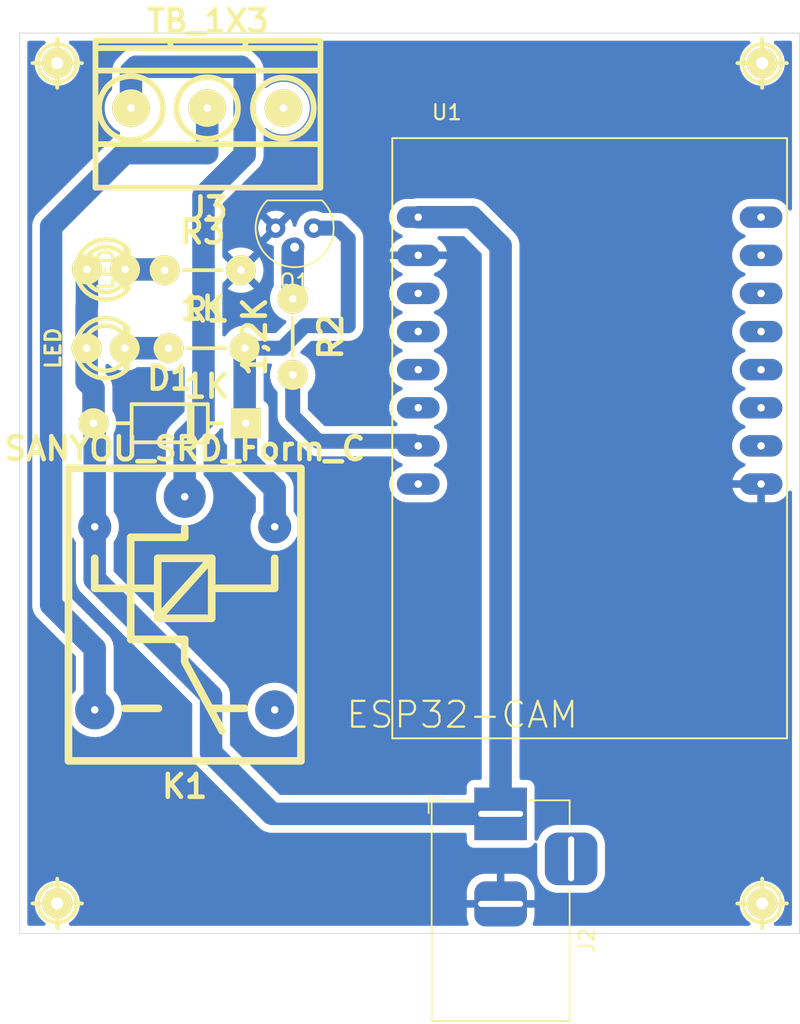
<source format=kicad_pcb>
(kicad_pcb (version 20211014) (generator pcbnew)
  (layers (0 "F.Cu" signal) (31 "B.Cu" signal) (34 "B.Paste" user) (35 "F.Paste" user) (36 "B.SilkS" user "B.Silkscreen") (37 "F.SilkS" user "F.Silkscreen") (38 "B.Mask" user) (39 "F.Mask" user) (44 "Edge.Cuts" user))
  (net 0 "")
  (net 1 "/5V")
  (net 2 "Net-(D1-Pad2)")
  (net 3 "GND")
  (net 5 "/COM")
  (net 6 "/NO")
  (net 7 "/IN1")
  (net 8 "Net-(LED1-Pad2)")
  (net 9 "Net-(LED2-Pad2)")
  (net 10 "Net-(Q1-Pad2)")
  (net 23 "Net-(J3-Pad1)")
  (footprint "Connector_BarrelJack:BarrelJack_Horizontal" (layer "F.Cu") (at 149.99 110.394 90)
    (fp_text reference "J2" (at -8.45 5.75 90) (layer "F.SilkS"))
    (fp_text value "Barrel_Jack_Switch")
    (fp_line (start -13.8 -4.6) (end 0.9 -4.6) (layer "F.SilkS") (width 0.12))
    (fp_line (start 0.9 1.9) (end 0.9 4.6) (layer "F.SilkS") (width 0.12))
    (fp_line (start 0.9 4.6) (end -1 4.6) (layer "F.SilkS") (width 0.12))
    (fp_line (start 0.9 -4.6) (end 0.9 -2) (layer "F.SilkS") (width 0.12))
    (fp_line (start -5 4.6) (end -13.8 4.6) (layer "F.SilkS") (width 0.12))
    (fp_line (start 1.1 -3.75) (end 1.1 -4.8) (layer "F.SilkS") (width 0.12))
    (fp_line (start 0.05 -4.8) (end 1.1 -4.8) (layer "F.SilkS") (width 0.12))
    (fp_line (start -13.8 4.6) (end -13.8 -4.6) (layer "F.SilkS") (width 0.12))
    (pad "1" thru_hole rect locked (at 0 0 90) (size 3.5 3.5) (drill oval 0.4 3) (layers *.Cu *.Mask) (net 1 "/5V"))
    (pad "2" thru_hole roundrect locked (at -6 0 90) (size 3 3.5) (drill oval 0.4 3) (layers *.Cu *.Mask) (net 3 "GND"))
    (pad "3" thru_hole roundrect locked (at -3 4.7 90) (size 3.5 3.5) (drill oval 3 0.4) (layers *.Cu *.Mask))
  )
  (footprint "EESTN5:hole_2mm" (layer "F.Cu") (at 120.426 116.364)
    (fp_text reference "H4" hide)
    (fp_text value "Mounting_Hole" hide)
    (fp_line (start -1.651 0) (end 1.651 0) (layer "F.SilkS") (width 0.254))
    (fp_line (start 0 -1.651) (end 0 1.651) (layer "F.SilkS") (width 0.254))
    (fp_circle (center 0 0) (end 1.27 -0.127) (layer "F.SilkS") (width 0.254) (fill none))
    (pad "1" thru_hole circle locked (at 0 0) (size 1.99898 1.99898) (drill 0.8) (layers *.Cu "F.SilkS"))
  )
  (footprint "EESTN5:RES0.2" (layer "F.Cu") (at 130.126 74.164 180)
    (fp_text reference "R3" (at 0 2.54 180) (layer "F.SilkS") (effects (font (size 1.524 1.524) (thickness 0.3048))))
    (fp_text value "1K" (at 0 -2.54 180) (layer "F.SilkS") (effects (font (size 1.524 1.524) (thickness 0.3048))))
    (fp_line (start -1.27 0) (end 1.27 0) (layer "F.SilkS") (width 0.254))
    (fp_circle (center -2.54 0) (end -2.159 0) (layer "F.SilkS") (width 0.3048) (fill none))
    (pad "1" thru_hole circle locked (at -2.54 0 180) (size 1.99898 1.99898) (drill 0.5) (layers *.Cu *.Mask "F.SilkS") (net 3 "GND"))
    (pad "2" thru_hole circle locked (at 2.54 0 180) (size 1.99898 1.99898) (drill 0.5) (layers *.Cu *.Mask "F.SilkS") (net 9 "Net-(LED2-Pad2)"))
  )
  (footprint "ESP32:ESP32-CAM" (layer "F.Cu") (at 155.926 80.794)
    (fp_text reference "U1" (at -9.525 -17.145) (layer "F.SilkS"))
    (fp_text value "ESP32-CAM")
    (fp_text user "ESP32-CAM" (at -8.5 23) (layer "F.SilkS") (effects (font (size 1.72 1.72))))
    (fp_line (start -13.16 24.57) (end -13.16 -15.43) (layer "F.SilkS") (width 0.127))
    (fp_line (start 13.16 24.57) (end -13.16 24.57) (layer "F.SilkS") (width 0.127))
    (fp_line (start 13.16 -15.43) (end 13.16 24.57) (layer "F.SilkS") (width 0.127))
    (fp_line (start -13.16 -15.43) (end 13.16 -15.43) (layer "F.SilkS") (width 0.127))
    (pad "P$1" thru_hole oval locked (at -11.43 -10.16) (size 2.8448 1.4224) (drill 0.5) (layers *.Cu *.Mask) (net 1 "/5V"))
    (pad "P$2" thru_hole oval locked (at -11.43 -7.62) (size 2.8448 1.4224) (drill 0.5) (layers *.Cu *.Mask) (net 3 "GND"))
    (pad "P$3" thru_hole oval locked (at -11.43 -5.08) (size 2.8448 1.4224) (drill 0.5) (layers *.Cu *.Mask))
    (pad "P$4" thru_hole oval locked (at -11.43 -2.54) (size 2.8448 1.4224) (drill 0.5) (layers *.Cu *.Mask))
    (pad "P$5" thru_hole oval locked (at -11.43 0) (size 2.8448 1.4224) (drill 0.5) (layers *.Cu *.Mask))
    (pad "P$6" thru_hole oval locked (at -11.43 2.54) (size 2.8448 1.4224) (drill 0.5) (layers *.Cu *.Mask))
    (pad "P$7" thru_hole oval locked (at -11.43 5.08) (size 2.8448 1.4224) (drill 0.5) (layers *.Cu *.Mask) (net 7 "/IN1"))
    (pad "P$8" thru_hole oval locked (at -11.43 7.62) (size 2.8448 1.4224) (drill 0.5) (layers *.Cu *.Mask))
    (pad "P$9" thru_hole oval locked (at 11.43 7.62) (size 2.8448 1.4224) (drill 0.5) (layers *.Cu *.Mask) (net 3 "GND"))
    (pad "P$10" thru_hole oval locked (at 11.43 5.08) (size 2.8448 1.4224) (drill 0.5) (layers *.Cu *.Mask))
    (pad "P$11" thru_hole oval locked (at 11.43 2.54) (size 2.8448 1.4224) (drill 0.5) (layers *.Cu *.Mask))
    (pad "P$12" thru_hole oval locked (at 11.43 0) (size 2.8448 1.4224) (drill 0.5) (layers *.Cu *.Mask))
    (pad "P$13" thru_hole oval locked (at 11.43 -2.54) (size 2.8448 1.4224) (drill 0.5) (layers *.Cu *.Mask))
    (pad "P$14" thru_hole oval locked (at 11.43 -5.08) (size 2.8448 1.4224) (drill 0.5) (layers *.Cu *.Mask))
    (pad "P$15" thru_hole oval locked (at 11.43 -7.62) (size 2.8448 1.4224) (drill 0.5) (layers *.Cu *.Mask))
    (pad "P$16" thru_hole oval locked (at 11.43 -10.16) (size 2.8448 1.4224) (drill 0.5) (layers *.Cu *.Mask))
  )
  (footprint "EESTN5:hole_2mm" (layer "F.Cu") (at 120.426 60.364)
    (fp_text reference "H3" hide)
    (fp_text value "Mounting_Hole" hide)
    (fp_line (start -1.651 0) (end 1.651 0) (layer "F.SilkS") (width 0.254))
    (fp_line (start 0 -1.651) (end 0 1.651) (layer "F.SilkS") (width 0.254))
    (fp_circle (center 0 0) (end 1.27 -0.127) (layer "F.SilkS") (width 0.254) (fill none))
    (pad "1" thru_hole circle locked (at 0 0) (size 1.99898 1.99898) (drill 0.8) (layers *.Cu "F.SilkS"))
  )
  (footprint "EESTN5:led_3mm_red" (layer "F.Cu") (at 123.676 74.114 90)
    (fp_text reference "LED2" hide)
    (fp_text value "LED" (at -0.000001 0.000001 90) (layer "F.SilkS") (effects (font (thickness 0.2))))
    (fp_line (start -1.30048 1.50114) (end 1.30048 1.50114) (layer "F.SilkS") (width 0.29972))
    (fp_line (start -1.50114 1.30048) (end 1.50114 1.30048) (layer "F.SilkS") (width 0.29972))
    (fp_arc (start 1.50876 -1.31064) (mid 1.993617 0.140092) (end 1.31064 1.50876) (layer "F.SilkS") (width 0.29972))
    (fp_arc (start -1.33096 1.50114) (mid -2.002597 0.120335) (end -1.50114 -1.33096) (layer "F.SilkS") (width 0.29972))
    (fp_arc (start 0 -1.99898) (mid 1.413492 -1.413492) (end 1.99898 0) (layer "F.SilkS") (width 0.29972))
    (fp_arc (start -1.99898 0) (mid -1.413492 -1.413492) (end 0 -1.99898) (layer "F.SilkS") (width 0.29972))
    (fp_circle (center 0 0) (end -1.50114 0) (layer "F.SilkS") (width 0.29972) (fill none))
    (pad "1" thru_hole circle locked (at 0 -1.27 90) (size 1.99898 1.99898) (drill 0.5) (layers *.Cu *.Mask "F.SilkS") (net 1 "/5V"))
    (pad "2" thru_hole circle locked (at 0 1.27 90) (size 1.99898 1.99898) (drill 0.5) (layers *.Cu *.Mask "F.SilkS") (net 9 "Net-(LED2-Pad2)"))
  )
  (footprint "EESTN5:Relay_C" (layer "F.Cu") (at 128.926 97.364)
    (fp_text reference "K1" (at 0 11.2) (layer "F.SilkS") (effects (font (size 1.524 1.524) (thickness 0.3048))))
    (fp_text value "SANYOU_SRD_Form_C" (at 0 -11.3) (layer "F.SilkS") (effects (font (size 1.524 1.524) (thickness 0.3048))))
    (fp_line (start 0 -6) (end 0 -5.4) (layer "F.SilkS") (width 0.508))
    (fp_line (start 1.8 -4) (end 1.8 0) (layer "F.SilkS") (width 0.508))
    (fp_line (start 7.75 -10) (end 7.75 9.5) (layer "F.SilkS") (width 0.508))
    (fp_line (start -7.75 9.5) (end 7.75 9.5) (layer "F.SilkS") (width 0.508))
    (fp_line (start -6 -4) (end -6 -2) (layer "F.SilkS") (width 0.508))
    (fp_line (start -1.8 -4) (end 1.8 -4) (layer "F.SilkS") (width 0.508))
    (fp_line (start -1.8 0) (end 1.8 -4) (layer "F.SilkS") (width 0.508))
    (fp_line (start -1.8 0) (end -1.8 -4) (layer "F.SilkS") (width 0.508))
    (fp_line (start 6 -2) (end 1.8 -2) (layer "F.SilkS") (width 0.508))
    (fp_line (start 4 6) (end 1.75 6) (layer "F.SilkS") (width 0.508))
    (fp_line (start 0 -5.4) (end -3.6 -5.4) (layer "F.SilkS") (width 0.508))
    (fp_line (start -3.6 1.4) (end -3.6 -5.4) (layer "F.SilkS") (width 0.508))
    (fp_line (start 1.8 0) (end -1.8 0) (layer "F.SilkS") (width 0.508))
    (fp_line (start 0 2.9) (end 2.5 7.5) (layer "F.SilkS") (width 0.508))
    (fp_line (start -1.8 -2) (end -6 -2) (layer "F.SilkS") (width 0.508))
    (fp_line (start -1.75 6) (end -4 6) (layer "F.SilkS") (width 0.508))
    (fp_line (start 6 -4) (end 6 -2) (layer "F.SilkS") (width 0.508))
    (fp_line (start -7.75 -10) (end -7.75 9.5) (layer "F.SilkS") (width 0.508))
    (fp_line (start 0 1.4) (end 0 2.9) (layer "F.SilkS") (width 0.508))
    (fp_line (start 0 1.4) (end -3.6 1.4) (layer "F.SilkS") (width 0.508))
    (fp_line (start -7.75 -10) (end 7.65 -10) (layer "F.SilkS") (width 0.508))
    (pad "1" thru_hole circle locked (at 0 -8.1) (size 2.8 2.8) (drill 0.5) (layers *.Cu *.Mask) (net 5 "/COM"))
    (pad "2" thru_hole circle locked (at -6 -6.1) (size 2.2 2.2) (drill 0.5) (layers *.Cu *.Mask) (net 1 "/5V"))
    (pad "3" thru_hole circle locked (at -6 6.1) (size 2.6 2.6) (drill 0.5) (layers *.Cu *.Mask) (net 6 "/NO"))
    (pad "4" thru_hole circle locked (at 6 6.1) (size 2.6 2.6) (drill 0.5) (layers *.Cu *.Mask) (net 23 "Net-(J3-Pad1)"))
    (pad "5" thru_hole circle locked (at 6 -6.1) (size 2.2 2.2) (drill 0.5) (layers *.Cu *.Mask) (net 2 "Net-(D1-Pad2)"))
  )
  (footprint "EESTN5:hole_2mm" (layer "F.Cu") (at 167.426 116.364)
    (fp_text reference "H2" hide)
    (fp_text value "Mounting_Hole" hide)
    (fp_line (start 0 -1.651) (end 0 1.651) (layer "F.SilkS") (width 0.254))
    (fp_line (start -1.651 0) (end 1.651 0) (layer "F.SilkS") (width 0.254))
    (fp_circle (center 0 0) (end 1.27 -0.127) (layer "F.SilkS") (width 0.254) (fill none))
    (pad "1" thru_hole circle locked (at 0 0) (size 1.99898 1.99898) (drill 0.8) (layers *.Cu "F.SilkS"))
  )
  (footprint "EESTN5:DO-41" (layer "F.Cu") (at 127.926 84.364)
    (fp_text reference "D1" (at 0 -3) (layer "F.SilkS") (effects (font (size 1.524 1.524) (thickness 0.3048))))
    (fp_text value "DIODE" hide)
    (fp_line (start -2.54 0) (end -3.5 0) (layer "F.SilkS") (width 0.254))
    (fp_line (start -2.54 -1.27) (end 2.54 -1.27) (layer "F.SilkS") (width 0.254))
    (fp_line (start 2.54 -1.27) (end 2.54 1.27) (layer "F.SilkS") (width 0.254))
    (fp_line (start -2.54 -1.27) (end -2.54 1.27) (layer "F.SilkS") (width 0.254))
    (fp_line (start 1.524 1.27) (end 1.524 -1.27) (layer "F.SilkS") (width 0.254))
    (fp_line (start 2.54 1.27) (end -2.54 1.27) (layer "F.SilkS") (width 0.254))
    (fp_line (start 1.27 -1.27) (end 1.27 1.27) (layer "F.SilkS") (width 0.254))
    (fp_line (start 3.5 0) (end 2.54 0) (layer "F.SilkS") (width 0.254))
    (pad "1" thru_hole circle locked (at -5.08 0) (size 1.99898 1.99898) (drill 0.5) (layers *.Cu *.Mask "F.SilkS") (net 1 "/5V"))
    (pad "2" thru_hole rect locked (at 5.08 0) (size 1.99898 1.99898) (drill 0.5) (layers *.Cu *.Mask "F.SilkS") (net 2 "Net-(D1-Pad2)"))
  )
  (footprint "EESTN5:RES0.2" (layer "F.Cu") (at 130.386 79.364 180)
    (fp_text reference "R1" (at 0 2.54 180) (layer "F.SilkS") (effects (font (size 1.524 1.524) (thickness 0.3048))))
    (fp_text value "1K" (at 0 -2.54 180) (layer "F.SilkS") (effects (font (size 1.524 1.524) (thickness 0.3048))))
    (fp_line (start -1.27 0) (end 1.27 0) (layer "F.SilkS") (width 0.254))
    (fp_circle (center -2.54 0) (end -2.159 0) (layer "F.SilkS") (width 0.3048) (fill none))
    (pad "1" thru_hole circle locked (at -2.54 0 180) (size 1.99898 1.99898) (drill 0.5) (layers *.Cu *.Mask "F.SilkS") (net 2 "Net-(D1-Pad2)"))
    (pad "2" thru_hole circle locked (at 2.54 0 180) (size 1.99898 1.99898) (drill 0.5) (layers *.Cu *.Mask "F.SilkS") (net 8 "Net-(LED1-Pad2)"))
  )
  (footprint "EESTN5:RES0.2" (layer "F.Cu") (at 136.126 78.604 90)
    (fp_text reference "R2" (at 0 2.54 90) (layer "F.SilkS") (effects (font (size 1.524 1.524) (thickness 0.3048))))
    (fp_text value "1,2K" (at 0 -2.54 90) (layer "F.SilkS") (effects (font (size 1.524 1.524) (thickness 0.3048))))
    (fp_line (start -1.27 0) (end 1.27 0) (layer "F.SilkS") (width 0.254))
    (fp_circle (center -2.54 0) (end -2.159 0) (layer "F.SilkS") (width 0.3048) (fill none))
    (pad "1" thru_hole circle locked (at -2.54 0 90) (size 1.99898 1.99898) (drill 0.5) (layers *.Cu *.Mask "F.SilkS") (net 7 "/IN1"))
    (pad "2" thru_hole circle locked (at 2.54 0 90) (size 1.99898 1.99898) (drill 0.5) (layers *.Cu *.Mask "F.SilkS") (net 10 "Net-(Q1-Pad2)"))
  )
  (footprint "EESTN5:BORNERA3" (layer "F.Cu") (at 130.426 63.364 180)
    (fp_text reference "J3" (at -0.05 -6.7) (layer "F.SilkS") (effects (font (size 1.5 1.5) (thickness 0.3))))
    (fp_text value "TB_1X3" (at -0.05 5.8) (layer "F.SilkS") (effects (font (size 1.5 1.5) (thickness 0.3))))
    (fp_line (start -7.55 4) (end 7.45 4) (layer "F.SilkS") (width 0.381))
    (fp_line (start -7.55 -2.4) (end 7.45 -2.4) (layer "F.SilkS") (width 0.381))
    (fp_line (start -7.55 -5.3) (end -7.55 4.5) (layer "F.SilkS") (width 0.381))
    (fp_line (start 2.45 4) (end 2.45 4.5) (layer "F.SilkS") (width 0.381))
    (fp_line (start 7.45 -5.3) (end -7.55 -5.3) (layer "F.SilkS") (width 0.381))
    (fp_line (start -7.55 4.5) (end 7.45 4.5) (layer "F.SilkS") (width 0.381))
    (fp_line (start -2.55 4) (end -2.55 4.5) (layer "F.SilkS") (width 0.381))
    (fp_line (start 7.45 4.5) (end 7.45 -5.3) (layer "F.SilkS") (width 0.381))
    (fp_line (start -7.55 2.5) (end 7.45 2.5) (layer "F.SilkS") (width 0.381))
    (fp_circle (center -5.08 0) (end -3.05 0) (layer "F.SilkS") (width 0.381) (fill none))
    (fp_circle (center 0 0) (end -2.05 0) (layer "F.SilkS") (width 0.381) (fill none))
    (fp_circle (center 5.08 0) (end 2.95 0) (layer "F.SilkS") (width 0.381) (fill none))
    (pad "1" thru_hole circle locked (at -5.08 0 180) (size 2.5 2.5) (drill 0.5) (layers *.Cu *.Mask "F.SilkS") (net 23 "Net-(J3-Pad1)"))
    (pad "2" thru_hole circle locked (at 0 0 180) (size 2.5 2.5) (drill 0.5) (layers *.Cu *.Mask "F.SilkS") (net 6 "/NO"))
    (pad "3" thru_hole circle locked (at 5.08 0 180) (size 2.5 2.5) (drill 0.5) (layers *.Cu *.Mask "F.SilkS") (net 5 "/COM"))
  )
  (footprint "Package_TO_SOT_THT:TO-92" (layer "F.Cu") (at 137.526 71.364 180)
    (fp_text reference "Q1" (at 1.27 -3.56) (layer "F.SilkS"))
    (fp_text value "BC547")
    (fp_line (start -0.53 1.85) (end 3.07 1.85) (layer "F.SilkS") (width 0.12))
    (fp_arc (start 1.27 -2.6) (mid 3.672087 -0.994977) (end 3.108478 1.838478) (layer "F.SilkS") (width 0.12))
    (fp_arc (start -0.568478 1.838478) (mid -1.132087 -0.994977) (end 1.27 -2.6) (layer "F.SilkS") (width 0.12))
    (pad "1" thru_hole circle locked (at 0 0 270) (size 1.3 1.3) (drill 0.604) (layers *.Cu *.Mask) (net 2 "Net-(D1-Pad2)"))
    (pad "2" thru_hole circle locked (at 1.27 -1.27 270) (size 1.3 1.3) (drill 0.6) (layers *.Cu *.Mask) (net 10 "Net-(Q1-Pad2)"))
    (pad "3" thru_hole circle locked (at 2.54 0 270) (size 1.3 1.3) (drill 0.6) (layers *.Cu *.Mask) (net 3 "GND"))
  )
  (footprint "EESTN5:hole_2mm" (layer "F.Cu") (at 167.426 60.364)
    (fp_text reference "H1" hide)
    (fp_text value "Mounting_Hole" hide)
    (fp_line (start -1.651 0) (end 1.651 0) (layer "F.SilkS") (width 0.254))
    (fp_line (start 0 -1.651) (end 0 1.651) (layer "F.SilkS") (width 0.254))
    (fp_circle (center 0 0) (end 1.27 -0.127) (layer "F.SilkS") (width 0.254) (fill none))
    (pad "1" thru_hole circle locked (at 0 0) (size 1.99898 1.99898) (drill 0.8) (layers *.Cu "F.SilkS"))
  )
  (footprint "EESTN5:led_3mm_red" (layer "F.Cu") (at 123.656 79.364 90)
    (fp_text reference "LED1" hide)
    (fp_text value "LED" (at 0 -3.5 90) (layer "F.SilkS") (effects (font (thickness 0.2))))
    (fp_line (start -1.30048 1.50114) (end 1.30048 1.50114) (layer "F.SilkS") (width 0.29972))
    (fp_line (start -1.50114 1.30048) (end 1.50114 1.30048) (layer "F.SilkS") (width 0.29972))
    (fp_arc (start 1.50876 -1.31064) (mid 1.993617 0.140092) (end 1.31064 1.50876) (layer "F.SilkS") (width 0.29972))
    (fp_arc (start 0 -1.99898) (mid 1.413492 -1.413492) (end 1.99898 0) (layer "F.SilkS") (width 0.29972))
    (fp_arc (start -1.99898 0) (mid -1.413492 -1.413492) (end 0 -1.99898) (layer "F.SilkS") (width 0.29972))
    (fp_arc (start -1.33096 1.50114) (mid -2.002597 0.120335) (end -1.50114 -1.33096) (layer "F.SilkS") (width 0.29972))
    (fp_circle (center 0 0) (end -1.50114 0) (layer "F.SilkS") (width 0.29972) (fill none))
    (pad "1" thru_hole circle locked (at 0 -1.27 90) (size 1.99898 1.99898) (drill 0.5) (layers *.Cu *.Mask "F.SilkS") (net 1 "/5V"))
    (pad "2" thru_hole circle locked (at 0 1.27 90) (size 1.99898 1.99898) (drill 0.5) (layers *.Cu *.Mask "F.SilkS") (net 8 "Net-(LED1-Pad2)"))
  )
  (gr_line (start 169.926 118.364) (end 117.926 118.364) (layer "Edge.Cuts") (width 0.05))
  (gr_line (start 117.926 118.364) (end 117.926 58.364) (layer "Edge.Cuts") (width 0.05))
  (gr_line (start 117.926 58.364) (end 169.926 58.364) (layer "Edge.Cuts") (width 0.05))
  (gr_line (start 169.926 58.364) (end 169.926 118.364) (layer "Edge.Cuts") (width 0.05))
  (segment (start 149.99 110.394) (end 134.75 110.394) (width 1.5) (layer "B.Cu") (net 1))
  (segment (start 122.846 82.034) (end 122.386 81.574) (width 1.5) (layer "B.Cu") (net 1))
  (segment (start 122.846 84.364) (end 122.846 82.034) (width 1.5) (layer "B.Cu") (net 1))
  (segment (start 122.926 84.444) (end 122.846 84.364) (width 1) (layer "B.Cu") (net 1))
  (segment (start 149.99 72.548) (end 148.076 70.634) (width 1.5) (layer "B.Cu") (net 1))
  (segment (start 122.386 76.624) (end 122.386 79.364) (width 1.5) (layer "B.Cu") (net 1))
  (segment (start 130.686 106.33) (end 130.686 102.524) (width 1.5) (layer "B.Cu") (net 1))
  (segment (start 149.99 110.394) (end 149.99 72.548) (width 1.5) (layer "B.Cu") (net 1))
  (segment (start 134.72 110.364) (end 130.686 106.33) (width 1.5) (layer "B.Cu") (net 1))
  (segment (start 148.076 70.634) (end 144.496 70.634) (width 1.5) (layer "B.Cu") (net 1))
  (segment (start 122.386 81.574) (end 122.386 79.364) (width 1.5) (layer "B.Cu") (net 1))
  (segment (start 134.75 110.394) (end 134.72 110.364) (width 1) (layer "B.Cu") (net 1))
  (segment (start 122.926 91.264) (end 122.926 84.444) (width 1.5) (layer "B.Cu") (net 1))
  (segment (start 130.686 102.524) (end 122.926 94.764) (width 1.5) (layer "B.Cu") (net 1))
  (segment (start 122.926 94.764) (end 122.926 91.264) (width 1.5) (layer "B.Cu") (net 1))
  (segment (start 122.386 76.624) (end 122.406 76.604) (width 1.5) (layer "B.Cu") (net 1))
  (segment (start 122.406 76.604) (end 122.406 74.114) (width 1.5) (layer "B.Cu") (net 1))
  (segment (start 136.926 77.864) (end 139.826 77.864) (width 1) (layer "B.Cu") (net 2))
  (segment (start 132.926 84.284) (end 133.006 84.364) (width 1) (layer "B.Cu") (net 2))
  (segment (start 134.926 91.264) (end 134.926 88.726) (width 1.5) (layer "B.Cu") (net 2))
  (segment (start 139.126 71.364) (end 137.526 71.364) (width 1) (layer "B.Cu") (net 2))
  (segment (start 139.826 77.864) (end 139.826 72.064) (width 1) (layer "B.Cu") (net 2))
  (segment (start 139.826 72.064) (end 139.126 71.364) (width 1) (layer "B.Cu") (net 2))
  (segment (start 132.926 79.364) (end 132.926 84.284) (width 1.5) (layer "B.Cu") (net 2))
  (segment (start 134.926 88.726) (end 133.006 86.806) (width 1.5) (layer "B.Cu") (net 2))
  (segment (start 135.426 79.364) (end 136.926 77.864) (width 1) (layer "B.Cu") (net 2))
  (segment (start 132.926 79.364) (end 135.426 79.364) (width 1) (layer "B.Cu") (net 2))
  (segment (start 133.006 86.806) (end 133.006 84.364) (width 1.5) (layer "B.Cu") (net 2))
  (segment (start 130.178 69.212) (end 132.926 66.464) (width 1.5) (layer "B.Cu") (net 5))
  (segment (start 130.178 84.112) (end 130.178 69.212) (width 1.5) (layer "B.Cu") (net 5))
  (segment (start 132.926 60.864) (end 132.672 60.61) (width 1.5) (layer "B.Cu") (net 5))
  (segment (start 125.346 60.944) (end 125.346 63.364) (width 1.5) (layer "B.Cu") (net 5))
  (segment (start 132.926 66.464) (end 132.926 60.864) (width 1.5) (layer "B.Cu") (net 5))
  (segment (start 128.926 89.264) (end 128.926 85.364) (width 1.5) (layer "B.Cu") (net 5))
  (segment (start 125.68 60.61) (end 125.346 60.944) (width 1.5) (layer "B.Cu") (net 5))
  (segment (start 132.672 60.61) (end 125.68 60.61) (width 1.5) (layer "B.Cu") (net 5))
  (segment (start 128.926 85.364) (end 130.178 84.112) (width 1.5) (layer "B.Cu") (net 5))
  (segment (start 122.926 99.364) (end 120.018 96.456) (width 1.5) (layer "B.Cu") (net 6))
  (segment (start 130.426 66.364) (end 130.426 63.364) (width 1.5) (layer "B.Cu") (net 6))
  (segment (start 120.018 96.456) (end 120.018 71.272) (width 1.5) (layer "B.Cu") (net 6))
  (segment (start 120.018 71.272) (end 124.926 66.364) (width 1.5) (layer "B.Cu") (net 6))
  (segment (start 122.926 103.464) (end 122.926 99.364) (width 1.5) (layer "B.Cu") (net 6))
  (segment (start 124.926 66.364) (end 130.426 66.364) (width 1.5) (layer "B.Cu") (net 6))
  (segment (start 144.186 85.564) (end 137.826 85.564) (width 1) (layer "B.Cu") (net 7))
  (segment (start 137.826 85.564) (end 136.126 83.864) (width 1) (layer "B.Cu") (net 7))
  (segment (start 144.496 85.874) (end 144.186 85.564) (width 1) (layer "B.Cu") (net 7))
  (segment (start 136.126 83.864) (end 136.126 81.144) (width 1) (layer "B.Cu") (net 7))
  (segment (start 124.946 79.384) (end 124.926 79.364) (width 1) (layer "B.Cu") (net 8))
  (segment (start 124.926 79.364) (end 127.846 79.364) (width 1.5) (layer "B.Cu") (net 8))
  (segment (start 124.946 74.114) (end 127.536 74.114) (width 1.5) (layer "B.Cu") (net 9))
  (segment (start 127.536 74.114) (end 127.586 74.164) (width 1) (layer "B.Cu") (net 9))
  (segment (start 136.126 76.064) (end 136.126 72.764) (width 1.5) (layer "B.Cu") (net 10))
  (segment (start 136.126 72.764) (end 136.256 72.634) (width 1) (layer "B.Cu") (net 10))
  (zone (net 3) (net_name "GND") (layer "B.Cu") (connect_pads (clearance 0.508)) (min_thickness 0.254) (fill yes (thermal_gap 0.508) (thermal_bridge_width 0.508))
    (polygon (pts (xy 169.926 118.364) (xy 117.926 118.364) (xy 117.926 58.364) (xy 169.926 58.364)))
  )
)
</source>
